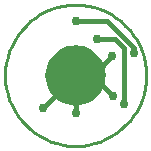
<source format=gbr>
G04 EAGLE Gerber RS-274X export*
G75*
%MOMM*%
%FSLAX34Y34*%
%LPD*%
%INBottom Copper*%
%IPPOS*%
%AMOC8*
5,1,8,0,0,1.08239X$1,22.5*%
G01*
%ADD10C,0.756400*%
%ADD11C,0.381000*%
%ADD12C,0.254000*%

G36*
X63314Y34423D02*
X63314Y34423D01*
X63322Y34427D01*
X63332Y34425D01*
X66873Y35196D01*
X66880Y35201D01*
X66890Y35201D01*
X70286Y36467D01*
X70292Y36473D01*
X70302Y36475D01*
X73483Y38211D01*
X73488Y38218D01*
X73498Y38221D01*
X76399Y40393D01*
X76404Y40401D01*
X76413Y40405D01*
X78975Y42967D01*
X78979Y42976D01*
X78987Y42981D01*
X81159Y45882D01*
X81161Y45891D01*
X81169Y45897D01*
X82905Y49078D01*
X82906Y49087D01*
X82913Y49094D01*
X84179Y52490D01*
X84179Y52499D01*
X84185Y52507D01*
X84955Y56048D01*
X84953Y56057D01*
X84957Y56066D01*
X85216Y59681D01*
X85213Y59690D01*
X85216Y59699D01*
X84957Y63314D01*
X84953Y63322D01*
X84955Y63332D01*
X84185Y66873D01*
X84179Y66880D01*
X84179Y66890D01*
X82913Y70286D01*
X82907Y70292D01*
X82905Y70302D01*
X81169Y73483D01*
X81162Y73488D01*
X81159Y73498D01*
X78987Y76399D01*
X78979Y76404D01*
X78975Y76413D01*
X76413Y78975D01*
X76404Y78979D01*
X76399Y78987D01*
X73498Y81159D01*
X73489Y81161D01*
X73483Y81169D01*
X70302Y82905D01*
X70293Y82906D01*
X70286Y82913D01*
X66890Y84179D01*
X66881Y84179D01*
X66873Y84185D01*
X63332Y84955D01*
X63323Y84953D01*
X63314Y84957D01*
X59699Y85216D01*
X59691Y85213D01*
X59681Y85216D01*
X56066Y84957D01*
X56058Y84953D01*
X56048Y84955D01*
X52507Y84185D01*
X52500Y84179D01*
X52490Y84179D01*
X49094Y82913D01*
X49088Y82907D01*
X49078Y82905D01*
X45897Y81169D01*
X45892Y81162D01*
X45882Y81159D01*
X42981Y78987D01*
X42976Y78979D01*
X42967Y78975D01*
X40405Y76413D01*
X40401Y76404D01*
X40393Y76399D01*
X38221Y73498D01*
X38219Y73489D01*
X38211Y73483D01*
X36475Y70302D01*
X36474Y70293D01*
X36467Y70286D01*
X35201Y66890D01*
X35201Y66881D01*
X35196Y66873D01*
X34425Y63332D01*
X34427Y63323D01*
X34423Y63314D01*
X34164Y59699D01*
X34167Y59691D01*
X34164Y59681D01*
X34423Y56066D01*
X34427Y56058D01*
X34425Y56048D01*
X35196Y52507D01*
X35201Y52500D01*
X35201Y52490D01*
X36467Y49094D01*
X36473Y49088D01*
X36475Y49078D01*
X38211Y45897D01*
X38218Y45892D01*
X38221Y45882D01*
X40393Y42981D01*
X40401Y42976D01*
X40405Y42967D01*
X42967Y40405D01*
X42976Y40401D01*
X42981Y40393D01*
X45882Y38221D01*
X45891Y38219D01*
X45897Y38211D01*
X49078Y36475D01*
X49087Y36474D01*
X49094Y36467D01*
X52490Y35201D01*
X52499Y35201D01*
X52507Y35196D01*
X56048Y34425D01*
X56057Y34427D01*
X56066Y34423D01*
X59681Y34164D01*
X59690Y34167D01*
X59699Y34164D01*
X63314Y34423D01*
G37*
D10*
X109220Y78740D03*
X59690Y105410D03*
D11*
X109220Y82640D02*
X109220Y78740D01*
X109220Y82640D02*
X86450Y105410D01*
X59690Y105410D01*
D10*
X31750Y31750D03*
X90170Y76200D03*
X91440Y41910D03*
D11*
X44450Y44450D02*
X31750Y31750D01*
D10*
X59690Y27940D03*
D11*
X59690Y38100D01*
X82550Y68580D02*
X90170Y76200D01*
X82550Y68580D02*
X82550Y67310D01*
X81280Y52070D02*
X91440Y41910D01*
D10*
X100330Y35560D03*
X77470Y90170D03*
D11*
X100330Y82550D02*
X100330Y35560D01*
X100330Y82550D02*
X92710Y90170D01*
X77470Y90170D01*
D12*
X0Y59690D02*
X227Y54488D01*
X907Y49325D01*
X2034Y44241D01*
X3600Y39275D01*
X5592Y34464D01*
X7997Y29845D01*
X10795Y25453D01*
X13965Y21322D01*
X17483Y17483D01*
X21322Y13965D01*
X25453Y10795D01*
X29845Y7997D01*
X34464Y5593D01*
X39275Y3600D01*
X44241Y2034D01*
X49325Y907D01*
X54488Y227D01*
X59690Y0D01*
X64892Y227D01*
X70055Y907D01*
X75139Y2034D01*
X80105Y3600D01*
X84916Y5593D01*
X89535Y7997D01*
X93927Y10795D01*
X98058Y13965D01*
X101897Y17483D01*
X105415Y21322D01*
X108585Y25453D01*
X111383Y29845D01*
X113787Y34464D01*
X115780Y39275D01*
X117346Y44241D01*
X118473Y49325D01*
X119153Y54488D01*
X119380Y59690D01*
X119153Y64892D01*
X118473Y70055D01*
X117346Y75139D01*
X115780Y80105D01*
X113788Y84916D01*
X111383Y89535D01*
X108585Y93927D01*
X105415Y98058D01*
X101897Y101897D01*
X98058Y105415D01*
X93927Y108585D01*
X89535Y111383D01*
X84916Y113788D01*
X80105Y115780D01*
X75139Y117346D01*
X70055Y118473D01*
X64892Y119153D01*
X59690Y119380D01*
X54488Y119153D01*
X49325Y118473D01*
X44241Y117346D01*
X39275Y115780D01*
X34464Y113788D01*
X29845Y111383D01*
X25453Y108585D01*
X21322Y105415D01*
X17483Y101897D01*
X13965Y98058D01*
X10795Y93927D01*
X7997Y89535D01*
X5592Y84916D01*
X3600Y80105D01*
X2034Y75139D01*
X907Y70055D01*
X227Y64892D01*
X0Y59690D01*
M02*

</source>
